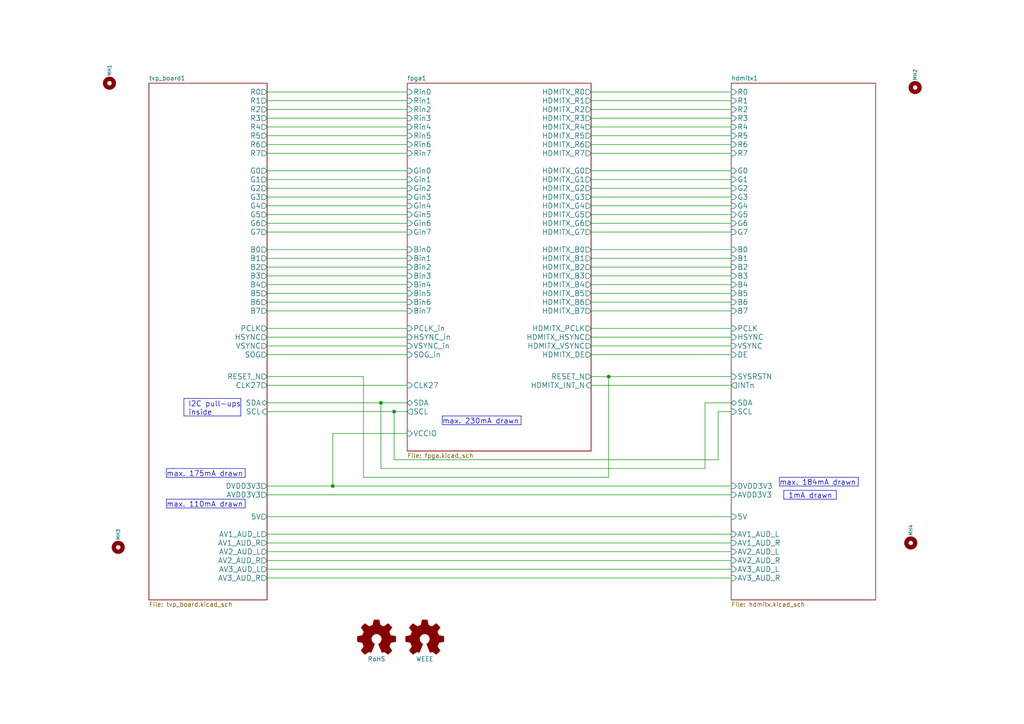
<source format=kicad_sch>
(kicad_sch (version 20230121) (generator eeschema)
  (paper "A4")
  (title_block (title "Open Source Scan Converter") (date "2023-05-18") (rev "1.8"))
  (lib_symbols
    (symbol "Graphic:Logo_Open_Hardware_Small" (in_bom no) (on_board no)
      (symbol "Logo_Open_Hardware_Small_0_1"
        (polyline (pts (xy 3.3528 -4.3434) (xy 3.302 -4.318) (xy 3.175 -4.2418) (xy 2.9972 -4.1148) (xy 2.7686 -3.9624) (xy 2.54 -3.81) (xy 2.3622 -3.7084) (xy 2.2352 -3.6068) (xy 2.1844 -3.5814) (xy 2.159 -3.6068) (xy 2.0574 -3.6576) (xy 1.905 -3.7338) (xy 1.8034 -3.7846) (xy 1.6764 -3.8354) (xy 1.6002 -3.8354) (xy 1.6002 -3.8354) (xy 1.5494 -3.7338) (xy 1.4732 -3.5306) (xy 1.3462 -3.302) (xy 1.2446 -3.0226) (xy 1.1176 -2.7178) (xy 0.9652 -2.413) (xy 0.8636 -2.1082) (xy 0.7366 -1.8288) (xy 0.6604 -1.6256) (xy 0.6096 -1.4732) (xy 0.5842 -1.397) (xy 0.5842 -1.397) (xy 0.6604 -1.3208) (xy 0.7874 -1.2446) (xy 1.0414 -1.016) (xy 1.2954 -0.6858) (xy 1.4478 -0.3302) (xy 1.524 0.0762) (xy 1.4732 0.4572) (xy 1.3208 0.8128) (xy 1.0668 1.143) (xy 0.762 1.3716) (xy 0.4064 1.524) (xy 0 1.5748) (xy -0.381 1.5494) (xy -0.7366 1.397) (xy -1.0668 1.143) (xy -1.2192 0.9906) (xy -1.397 0.6604) (xy -1.524 0.3048) (xy -1.524 0.2286) (xy -1.4986 -0.1778) (xy -1.397 -0.5334) (xy -1.1938 -0.8636) (xy -0.9144 -1.143) (xy -0.8636 -1.1684) (xy -0.7366 -1.27) (xy -0.635 -1.3462) (xy -0.5842 -1.397) (xy -1.0668 -2.5908) (xy -1.143 -2.794) (xy -1.2954 -3.1242) (xy -1.397 -3.4036) (xy -1.4986 -3.6322) (xy -1.5748 -3.7846) (xy -1.6002 -3.8354) (xy -1.6002 -3.8354) (xy -1.651 -3.8354) (xy -1.7272 -3.81) (xy -1.905 -3.7338) (xy -2.0066 -3.683) (xy -2.1336 -3.6068) (xy -2.2098 -3.5814) (xy -2.2606 -3.6068) (xy -2.3622 -3.683) (xy -2.54 -3.81) (xy -2.7686 -3.9624) (xy -2.9718 -4.0894) (xy -3.1496 -4.2164) (xy -3.302 -4.318) (xy -3.3528 -4.3434) (xy -3.3782 -4.3434) (xy -3.429 -4.318) (xy -3.5306 -4.2164) (xy -3.7084 -4.064) (xy -3.937 -3.8354) (xy -3.9624 -3.81) (xy -4.1656 -3.6068) (xy -4.318 -3.4544) (xy -4.4196 -3.3274) (xy -4.445 -3.2766) (xy -4.445 -3.2766) (xy -4.4196 -3.2258) (xy -4.318 -3.0734) (xy -4.2164 -2.8956) (xy -4.064 -2.667) (xy -3.6576 -2.0828) (xy -3.8862 -1.5494) (xy -3.937 -1.3716) (xy -4.0386 -1.1684) (xy -4.0894 -1.0414) (xy -4.1148 -0.9652) (xy -4.191 -0.9398) (xy -4.318 -0.9144) (xy -4.5466 -0.8636) (xy -4.8006 -0.8128) (xy -5.0546 -0.7874) (xy -5.2578 -0.7366) (xy -5.4356 -0.7112) (xy -5.5118 -0.6858) (xy -5.5118 -0.6858) (xy -5.5372 -0.635) (xy -5.5372 -0.5588) (xy -5.5372 -0.4318) (xy -5.5626 -0.2286) (xy -5.5626 0.0762) (xy -5.5626 0.127) (xy -5.5372 0.4064) (xy -5.5372 0.635) (xy -5.5372 0.762) (xy -5.5372 0.8382) (xy -5.5372 0.8382) (xy -5.461 0.8382) (xy -5.3086 0.889) (xy -5.08 0.9144) (xy -4.826 0.9652) (xy -4.8006 0.9906) (xy -4.5466 1.0414) (xy -4.318 1.0668) (xy -4.1656 1.1176) (xy -4.0894 1.143) (xy -4.0894 1.143) (xy -4.0386 1.2446) (xy -3.9624 1.4224) (xy -3.8608 1.6256) (xy -3.7846 1.8288) (xy -3.7084 2.0066) (xy -3.6576 2.159) (xy -3.6322 2.2098) (xy -3.6322 2.2098) (xy -3.683 2.286) (xy -3.7592 2.413) (xy -3.8862 2.5908) (xy -4.064 2.8194) (xy -4.064 2.8448) (xy -4.2164 3.0734) (xy -4.3434 3.2512) (xy -4.4196 3.3782) (xy -4.445 3.4544) (xy -4.445 3.4544) (xy -4.3942 3.5052) (xy -4.2926 3.6322) (xy -4.1148 3.81) (xy -3.937 4.0132) (xy -3.8608 4.064) (xy -3.6576 4.2926) (xy -3.5052 4.4196) (xy -3.4036 4.4958) (xy -3.3528 4.5212) (xy -3.3528 4.5212) (xy -3.302 4.4704) (xy -3.1496 4.3688) (xy -2.9718 4.2418) (xy -2.7432 4.0894) (xy -2.7178 4.0894) (xy -2.4892 3.937) (xy -2.3114 3.81) (xy -2.1844 3.7084) (xy -2.1336 3.683) (xy -2.1082 3.683) (xy -2.032 3.7084) (xy -1.8542 3.7592) (xy -1.6764 3.8354) (xy -1.4732 3.937) (xy -1.27 4.0132) (xy -1.143 4.064) (xy -1.0668 4.1148) (xy -1.0668 4.1148) (xy -1.0414 4.191) (xy -1.016 4.3434) (xy -0.9652 4.572) (xy -0.9144 4.8514) (xy -0.889 4.9022) (xy -0.8382 5.1562) (xy -0.8128 5.3848) (xy -0.7874 5.5372) (xy -0.762 5.588) (xy -0.7112 5.6134) (xy -0.5842 5.6134) (xy -0.4064 5.6134) (xy -0.1524 5.6134) (xy 0.0762 5.6134) (xy 0.3302 5.6134) (xy 0.5334 5.6134) (xy 0.6858 5.588) (xy 0.7366 5.588) (xy 0.7366 5.588) (xy 0.762 5.5118) (xy 0.8128 5.334) (xy 0.8382 5.1054) (xy 0.9144 4.826) (xy 0.9144 4.7752) (xy 0.9652 4.5212) (xy 1.016 4.2926) (xy 1.0414 4.1402) (xy 1.0668 4.0894) (xy 1.0668 4.0894) (xy 1.1938 4.0386) (xy 1.3716 3.9624) (xy 1.5748 3.8608) (xy 2.0828 3.6576) (xy 2.7178 4.0894) (xy 2.7686 4.1402) (xy 2.9972 4.2926) (xy 3.175 4.4196) (xy 3.302 4.4958) (xy 3.3782 4.5212) (xy 3.3782 4.5212) (xy 3.429 4.4704) (xy 3.556 4.3434) (xy 3.7338 4.191) (xy 3.9116 3.9878) (xy 4.064 3.8354) (xy 4.2418 3.6576) (xy 4.3434 3.556) (xy 4.4196 3.4798) (xy 4.4196 3.429) (xy 4.4196 3.4036) (xy 4.3942 3.3274) (xy 4.2926 3.2004) (xy 4.1656 2.9972) (xy 4.0132 2.794) (xy 3.8862 2.5908) (xy 3.7592 2.3876) (xy 3.6576 2.2352) (xy 3.6322 2.159) (xy 3.6322 2.1336) (xy 3.683 2.0066) (xy 3.7592 1.8288) (xy 3.8608 1.6002) (xy 4.064 1.1176) (xy 4.3942 1.0414) (xy 4.5974 1.016) (xy 4.8768 0.9652) (xy 5.1308 0.9144) (xy 5.5372 0.8382) (xy 5.5626 -0.6604) (xy 5.4864 -0.6858) (xy 5.4356 -0.6858) (xy 5.2832 -0.7366) (xy 5.0546 -0.762) (xy 4.8006 -0.8128) (xy 4.5974 -0.8636) (xy 4.3688 -0.9144) (xy 4.2164 -0.9398) (xy 4.1402 -0.9398) (xy 4.1148 -0.9652) (xy 4.064 -1.0668) (xy 3.9878 -1.2446) (xy 3.9116 -1.4478) (xy 3.81 -1.651) (xy 3.7338 -1.8542) (xy 3.683 -2.0066) (xy 3.6576 -2.0828) (xy 3.683 -2.1336) (xy 3.7846 -2.2606) (xy 3.8862 -2.4638) (xy 4.0386 -2.667) (xy 4.191 -2.8956) (xy 4.318 -3.0734) (xy 4.3942 -3.2004) (xy 4.445 -3.2766) (xy 4.4196 -3.3274) (xy 4.3434 -3.429) (xy 4.1656 -3.5814) (xy 3.937 -3.8354) (xy 3.8862 -3.8608) (xy 3.683 -4.064) (xy 3.5306 -4.2164) (xy 3.4036 -4.318) (xy 3.3528 -4.3434)) (fill (type outline)))
      )
    )
    (symbol "Mechanical:MountingHole" (pin_names (offset 1.016))
      (property "Reference" "H" (at 0 5.08 0))
      (property "Value" "MountingHole" (at 0 3.175 0))
      (symbol "MountingHole_0_1"
        (circle (center 0 0) (radius 1.27) (stroke (width 1.27)))
      )
    )
  )
  (junction (at 176.53 109.22))
  (junction (at 96.52 140.97))
  (junction (at 114.3 119.38))
  (junction (at 110.49 116.84))
  (wire (pts (xy 77.47 74.93) (xy 118.11 74.93)))
  (wire (pts (xy 77.47 49.53) (xy 118.11 49.53)))
  (wire (pts (xy 171.45 49.53) (xy 212.09 49.53)))
  (wire (pts (xy 77.47 57.15) (xy 118.11 57.15)))
  (polyline (pts (xy 48.26 135.89) (xy 71.12 135.89)))
  (wire (pts (xy 171.45 36.83) (xy 212.09 36.83)))
  (wire (pts (xy 77.47 87.63) (xy 118.11 87.63)))
  (polyline (pts (xy 226.06 138.43) (xy 226.06 140.97)))
  (polyline (pts (xy 48.26 144.78) (xy 71.12 144.78)))
  (polyline (pts (xy 227.33 142.24) (xy 242.57 142.24)))
  (polyline (pts (xy 48.26 144.78) (xy 48.26 147.32)))
  (wire (pts (xy 171.45 95.25) (xy 212.09 95.25)))
  (wire (pts (xy 77.47 62.23) (xy 118.11 62.23)))
  (wire (pts (xy 171.45 52.07) (xy 212.09 52.07)))
  (wire (pts (xy 114.3 119.38) (xy 114.3 133.35)))
  (wire (pts (xy 96.52 140.97) (xy 212.09 140.97)))
  (wire (pts (xy 77.47 31.75) (xy 118.11 31.75)))
  (polyline (pts (xy 242.57 142.24) (xy 242.57 144.78)))
  (polyline (pts (xy 69.85 120.65) (xy 53.34 120.65)))
  (wire (pts (xy 77.47 154.94) (xy 212.09 154.94)))
  (wire (pts (xy 77.47 167.64) (xy 212.09 167.64)))
  (wire (pts (xy 171.45 67.31) (xy 212.09 67.31)))
  (polyline (pts (xy 227.33 144.78) (xy 242.57 144.78)))
  (polyline (pts (xy 71.12 138.43) (xy 48.26 138.43)))
  (wire (pts (xy 118.11 95.25) (xy 77.47 95.25)))
  (polyline (pts (xy 48.26 147.32) (xy 71.12 147.32)))
  (wire (pts (xy 171.45 111.76) (xy 212.09 111.76)))
  (wire (pts (xy 77.47 29.21) (xy 118.11 29.21)))
  (wire (pts (xy 171.45 44.45) (xy 212.09 44.45)))
  (wire (pts (xy 77.47 119.38) (xy 114.3 119.38)))
  (wire (pts (xy 77.47 77.47) (xy 118.11 77.47)))
  (wire (pts (xy 171.45 64.77) (xy 212.09 64.77)))
  (polyline (pts (xy 248.92 140.97) (xy 248.92 138.43)))
  (wire (pts (xy 77.47 109.22) (xy 105.41 109.22)))
  (wire (pts (xy 77.47 100.33) (xy 118.11 100.33)))
  (wire (pts (xy 77.47 67.31) (xy 118.11 67.31)))
  (polyline (pts (xy 69.85 115.57) (xy 69.85 120.65)))
  (wire (pts (xy 171.45 100.33) (xy 212.09 100.33)))
  (polyline (pts (xy 151.13 123.19) (xy 151.13 120.65)))
  (wire (pts (xy 77.47 54.61) (xy 118.11 54.61)))
  (polyline (pts (xy 128.27 123.19) (xy 151.13 123.19)))
  (wire (pts (xy 105.41 138.43) (xy 105.41 109.22)))
  (wire (pts (xy 208.28 119.38) (xy 208.28 133.35)))
  (polyline (pts (xy 226.06 140.97) (xy 248.92 140.97)))
  (wire (pts (xy 77.47 90.17) (xy 118.11 90.17)))
  (wire (pts (xy 171.45 74.93) (xy 212.09 74.93)))
  (wire (pts (xy 171.45 102.87) (xy 212.09 102.87)))
  (wire (pts (xy 171.45 87.63) (xy 212.09 87.63)))
  (wire (pts (xy 171.45 41.91) (xy 212.09 41.91)))
  (wire (pts (xy 77.47 102.87) (xy 118.11 102.87)))
  (wire (pts (xy 77.47 59.69) (xy 118.11 59.69)))
  (wire (pts (xy 77.47 26.67) (xy 118.11 26.67)))
  (wire (pts (xy 77.47 149.86) (xy 212.09 149.86)))
  (wire (pts (xy 171.45 57.15) (xy 212.09 57.15)))
  (polyline (pts (xy 71.12 135.89) (xy 71.12 138.43)))
  (wire (pts (xy 77.47 162.56) (xy 212.09 162.56)))
  (wire (pts (xy 171.45 29.21) (xy 212.09 29.21)))
  (wire (pts (xy 171.45 97.79) (xy 212.09 97.79)))
  (wire (pts (xy 176.53 109.22) (xy 212.09 109.22)))
  (polyline (pts (xy 53.34 120.65) (xy 53.34 115.57)))
  (wire (pts (xy 171.45 77.47) (xy 212.09 77.47)))
  (wire (pts (xy 171.45 62.23) (xy 212.09 62.23)))
  (polyline (pts (xy 71.12 147.32) (xy 71.12 144.78)))
  (wire (pts (xy 204.47 116.84) (xy 212.09 116.84)))
  (wire (pts (xy 77.47 82.55) (xy 118.11 82.55)))
  (polyline (pts (xy 248.92 138.43) (xy 226.06 138.43)))
  (wire (pts (xy 96.52 125.73) (xy 96.52 140.97)))
  (polyline (pts (xy 48.26 138.43) (xy 48.26 135.89)))
  (wire (pts (xy 176.53 138.43) (xy 105.41 138.43)))
  (wire (pts (xy 77.47 36.83) (xy 118.11 36.83)))
  (wire (pts (xy 208.28 119.38) (xy 212.09 119.38)))
  (polyline (pts (xy 53.34 115.57) (xy 69.85 115.57)))
  (wire (pts (xy 114.3 119.38) (xy 118.11 119.38)))
  (wire (pts (xy 171.45 31.75) (xy 212.09 31.75)))
  (wire (pts (xy 77.47 97.79) (xy 118.11 97.79)))
  (polyline (pts (xy 227.33 144.78) (xy 227.33 142.24)))
  (wire (pts (xy 171.45 90.17) (xy 212.09 90.17)))
  (wire (pts (xy 77.47 80.01) (xy 118.11 80.01)))
  (wire (pts (xy 171.45 82.55) (xy 212.09 82.55)))
  (wire (pts (xy 77.47 34.29) (xy 118.11 34.29)))
  (wire (pts (xy 171.45 59.69) (xy 212.09 59.69)))
  (wire (pts (xy 110.49 116.84) (xy 118.11 116.84)))
  (wire (pts (xy 77.47 157.48) (xy 212.09 157.48)))
  (wire (pts (xy 208.28 133.35) (xy 114.3 133.35)))
  (wire (pts (xy 171.45 34.29) (xy 212.09 34.29)))
  (wire (pts (xy 171.45 80.01) (xy 212.09 80.01)))
  (wire (pts (xy 176.53 109.22) (xy 176.53 138.43)))
  (wire (pts (xy 110.49 116.84) (xy 110.49 135.89)))
  (wire (pts (xy 77.47 143.51) (xy 212.09 143.51)))
  (wire (pts (xy 171.45 72.39) (xy 212.09 72.39)))
  (wire (pts (xy 171.45 109.22) (xy 176.53 109.22)))
  (wire (pts (xy 96.52 125.73) (xy 118.11 125.73)))
  (wire (pts (xy 171.45 54.61) (xy 212.09 54.61)))
  (wire (pts (xy 77.47 64.77) (xy 118.11 64.77)))
  (wire (pts (xy 77.47 39.37) (xy 118.11 39.37)))
  (wire (pts (xy 77.47 44.45) (xy 118.11 44.45)))
  (polyline (pts (xy 128.27 120.65) (xy 151.13 120.65)))
  (wire (pts (xy 77.47 116.84) (xy 110.49 116.84)))
  (polyline (pts (xy 128.27 123.19) (xy 128.27 120.65)))
  (wire (pts (xy 171.45 39.37) (xy 212.09 39.37)))
  (wire (pts (xy 171.45 26.67) (xy 212.09 26.67)))
  (wire (pts (xy 77.47 160.02) (xy 212.09 160.02)))
  (wire (pts (xy 77.47 72.39) (xy 118.11 72.39)))
  (wire (pts (xy 204.47 135.89) (xy 110.49 135.89)))
  (wire (pts (xy 77.47 85.09) (xy 118.11 85.09)))
  (wire (pts (xy 77.47 140.97) (xy 96.52 140.97)))
  (wire (pts (xy 77.47 165.1) (xy 212.09 165.1)))
  (wire (pts (xy 77.47 41.91) (xy 118.11 41.91)))
  (wire (pts (xy 171.45 85.09) (xy 212.09 85.09)))
  (wire (pts (xy 204.47 116.84) (xy 204.47 135.89)))
  (wire (pts (xy 77.47 111.76) (xy 118.11 111.76)))
  (wire (pts (xy 77.47 52.07) (xy 118.11 52.07)))
  (text "1mA drawn" (at 228.6 144.78 0) (effects (font (size 1.524 1.524)) (justify left bottom)))
  (text "max. 230mA drawn" (at 128.27 123.19 0) (effects (font (size 1.524 1.524)) (justify left bottom)))
  (text "max. 184mA drawn" (at 226.06 140.97 0) (effects (font (size 1.524 1.524)) (justify left bottom)))
  (text "max. 110mA drawn" (at 48.26 147.32 0) (effects (font (size 1.524 1.524)) (justify left bottom)))
  (text "max. 175mA drawn" (at 48.26 138.43 0) (effects (font (size 1.524 1.524)) (justify left bottom)))
  (text "I2C pull-ups\ninside" (at 54.61 120.65 0) (effects (font (size 1.524 1.524)) (justify left bottom)))
  (symbol (lib_id "Mechanical:MountingHole") (at 31.75 24.13 90) (unit 1) (in_bom no)
    (property "Reference" "MH1" (at 31.75 22.098 0) (effects (font (size 1.016 1.016)) (justify left)))
    (property "Value" "CONN_1" (effects hide))
    (property "Footprint" "Connect:1pin" (effects hide))
  )
  (symbol (lib_id "Mechanical:MountingHole") (at 34.29 158.75 90) (unit 1) (in_bom no)
    (property "Reference" "MH3" (at 34.29 156.718 0) (effects (font (size 1.016 1.016)) (justify left)))
    (property "Value" "CONN_1" (effects hide))
    (property "Footprint" "Connect:1pin" (effects hide))
  )
  (symbol (lib_id "Mechanical:MountingHole") (at 265.43 25.4 90) (unit 1) (in_bom no)
    (property "Reference" "MH2" (at 265.43 23.368 0) (effects (font (size 1.016 1.016)) (justify left)))
    (property "Value" "CONN_1" (effects hide))
    (property "Footprint" "Connect:1pin" (effects hide))
  )
  (symbol (lib_id "Mechanical:MountingHole") (at 264.16 157.48 90) (unit 1) (in_bom no)
    (property "Reference" "MH4" (at 264.16 155.448 0) (effects (font (size 1.016 1.016)) (justify left)))
    (property "Value" "CONN_1" (effects hide))
    (property "Footprint" "Connect:1pin" (effects hide))
  )
  (symbol (lib_id "Graphic:Logo_Open_Hardware_Small") (at 123.19 185.42 0) (unit 1) (in_bom no)
    (property "Reference" "G2" (effects hide))
    (property "Value" "WEEE" (at 123.19 191.135 0))
    (property "Footprint" "custom_components:WEEE-logo" (effects hide))
    (property "Sim.Enable" "0" (effects hide))
  )
  (symbol (lib_id "Graphic:Logo_Open_Hardware_Small") (at 109.22 185.42 0) (unit 1) (in_bom no)
    (property "Reference" "G1" (effects hide))
    (property "Value" "RoHS" (at 109.22 191.135 0))
    (property "Footprint" "custom_components:RoHS-logo" (effects hide))
    (property "Sim.Enable" "0" (effects hide))
  )
  (sheet (at 43.18 24.13) (size 34.29 149.86)
    (property "Sheetname" "tvp_board1" (at 43.18 23.4184 0) (effects (justify left bottom)))
    (property "Sheetfile" "tvp_board.kicad_sch" (at 43.18 174.5746 0) (effects (justify left top)))
    (pin "R0" output (at 77.47 26.67 0) (effects (font (size 1.524 1.524))))
    (pin "R2" output (at 77.47 31.75 0) (effects (font (size 1.524 1.524))))
    (pin "R4" output (at 77.47 36.83 0) (effects (font (size 1.524 1.524))))
    (pin "R6" output (at 77.47 41.91 0) (effects (font (size 1.524 1.524))))
    (pin "G0" output (at 77.47 49.53 0) (effects (font (size 1.524 1.524))))
    (pin "R1" output (at 77.47 29.21 0) (effects (font (size 1.524 1.524))))
    (pin "R3" output (at 77.47 34.29 0) (effects (font (size 1.524 1.524))))
    (pin "R5" output (at 77.47 39.37 0) (effects (font (size 1.524 1.524))))
    (pin "R7" output (at 77.47 44.45 0) (effects (font (size 1.524 1.524))))
    (pin "G1" output (at 77.47 52.07 0) (effects (font (size 1.524 1.524))))
    (pin "G2" output (at 77.47 54.61 0) (effects (font (size 1.524 1.524))))
    (pin "G4" output (at 77.47 59.69 0) (effects (font (size 1.524 1.524))))
    (pin "G6" output (at 77.47 64.77 0) (effects (font (size 1.524 1.524))))
    (pin "G3" output (at 77.47 57.15 0) (effects (font (size 1.524 1.524))))
    (pin "G5" output (at 77.47 62.23 0) (effects (font (size 1.524 1.524))))
    (pin "G7" output (at 77.47 67.31 0) (effects (font (size 1.524 1.524))))
    (pin "B0" output (at 77.47 72.39 0) (effects (font (size 1.524 1.524))))
    (pin "B2" output (at 77.47 77.47 0) (effects (font (size 1.524 1.524))))
    (pin "B4" output (at 77.47 82.55 0) (effects (font (size 1.524 1.524))))
    (pin "B6" output (at 77.47 87.63 0) (effects (font (size 1.524 1.524))))
    (pin "B1" output (at 77.47 74.93 0) (effects (font (size 1.524 1.524))))
    (pin "B3" output (at 77.47 80.01 0) (effects (font (size 1.524 1.524))))
    (pin "B5" output (at 77.47 85.09 0) (effects (font (size 1.524 1.524))))
    (pin "B7" output (at 77.47 90.17 0) (effects (font (size 1.524 1.524))))
    (pin "RESET_N" output (at 77.47 109.22 0) (effects (font (size 1.524 1.524))))
    (pin "HSYNC" output (at 77.47 97.79 0) (effects (font (size 1.524 1.524))))
    (pin "VSYNC" output (at 77.47 100.33 0) (effects (font (size 1.524 1.524))))
    (pin "SOG" output (at 77.47 102.87 0) (effects (font (size 1.524 1.524))))
    (pin "PCLK" output (at 77.47 95.25 0) (effects (font (size 1.524 1.524))))
    (pin "SDA" bidirectional (at 77.47 116.84 0) (effects (font (size 1.524 1.524))))
    (pin "SCL" input (at 77.47 119.38 0) (effects (font (size 1.524 1.524))))
    (pin "AVDD3V3" output (at 77.47 143.51 0) (effects (font (size 1.524 1.524))))
    (pin "DVDD3V3" output (at 77.47 140.97 0) (effects (font (size 1.524 1.524))))
    (pin "CLK27" output (at 77.47 111.76 0) (effects (font (size 1.524 1.524))))
    (pin "5V" output (at 77.47 149.86 0) (effects (font (size 1.524 1.524))))
    (pin "AV2_AUD_L" output (at 77.47 160.02 0) (effects (font (size 1.524 1.524))))
    (pin "AV2_AUD_R" output (at 77.47 162.56 0) (effects (font (size 1.524 1.524))))
    (pin "AV1_AUD_L" output (at 77.47 154.94 0) (effects (font (size 1.524 1.524))))
    (pin "AV1_AUD_R" output (at 77.47 157.48 0) (effects (font (size 1.524 1.524))))
    (pin "AV3_AUD_L" output (at 77.47 165.1 0) (effects (font (size 1.524 1.524))))
    (pin "AV3_AUD_R" output (at 77.47 167.64 0) (effects (font (size 1.524 1.524))))
  )
  (sheet (at 118.11 24.13) (size 53.34 106.68)
    (property "Sheetname" "fpga1" (at 118.11 23.4184 0) (effects (justify left bottom)))
    (property "Sheetfile" "fpga.kicad_sch" (at 118.11 131.3946 0) (effects (justify left top)))
    (pin "SDA" bidirectional (at 118.11 116.84 180) (effects (font (size 1.524 1.524))))
    (pin "SCL" output (at 118.11 119.38 180) (effects (font (size 1.524 1.524))))
    (pin "PCLK_in" input (at 118.11 95.25 180) (effects (font (size 1.524 1.524))))
    (pin "HSYNC_in" input (at 118.11 97.79 180) (effects (font (size 1.524 1.524))))
    (pin "VSYNC_in" input (at 118.11 100.33 180) (effects (font (size 1.524 1.524))))
    (pin "SOG_in" input (at 118.11 102.87 180) (effects (font (size 1.524 1.524))))
    (pin "HDMITX_INT_N" input (at 171.45 111.76 0) (effects (font (size 1.524 1.524))))
    (pin "HDMITX_VSYNC" output (at 171.45 100.33 0) (effects (font (size 1.524 1.524))))
    (pin "HDMITX_HSYNC" output (at 171.45 97.79 0) (effects (font (size 1.524 1.524))))
    (pin "HDMITX_DE" output (at 171.45 102.87 0) (effects (font (size 1.524 1.524))))
    (pin "HDMITX_PCLK" output (at 171.45 95.25 0) (effects (font (size 1.524 1.524))))
    (pin "Rin0" input (at 118.11 26.67 180) (effects (font (size 1.524 1.524))))
    (pin "Rin1" input (at 118.11 29.21 180) (effects (font (size 1.524 1.524))))
    (pin "Rin2" input (at 118.11 31.75 180) (effects (font (size 1.524 1.524))))
    (pin "Rin3" input (at 118.11 34.29 180) (effects (font (size 1.524 1.524))))
    (pin "Rin4" input (at 118.11 36.83 180) (effects (font (size 1.524 1.524))))
    (pin "Rin5" input (at 118.11 39.37 180) (effects (font (size 1.524 1.524))))
    (pin "Rin6" input (at 118.11 41.91 180) (effects (font (size 1.524 1.524))))
    (pin "Rin7" input (at 118.11 44.45 180) (effects (font (size 1.524 1.524))))
    (pin "Gin0" input (at 118.11 49.53 180) (effects (font (size 1.524 1.524))))
    (pin "Gin1" input (at 118.11 52.07 180) (effects (font (size 1.524 1.524))))
    (pin "Gin2" input (at 118.11 54.61 180) (effects (font (size 1.524 1.524))))
    (pin "Gin3" input (at 118.11 57.15 180) (effects (font (size 1.524 1.524))))
    (pin "Gin4" input (at 118.11 59.69 180) (effects (font (size 1.524 1.524))))
    (pin "Gin5" input (at 118.11 62.23 180) (effects (font (size 1.524 1.524))))
    (pin "Gin6" input (at 118.11 64.77 180) (effects (font (size 1.524 1.524))))
    (pin "Gin7" input (at 118.11 67.31 180) (effects (font (size 1.524 1.524))))
    (pin "Bin0" input (at 118.11 72.39 180) (effects (font (size 1.524 1.524))))
    (pin "Bin1" input (at 118.11 74.93 180) (effects (font (size 1.524 1.524))))
    (pin "Bin2" input (at 118.11 77.47 180) (effects (font (size 1.524 1.524))))
    (pin "Bin3" input (at 118.11 80.01 180) (effects (font (size 1.524 1.524))))
    (pin "Bin4" input (at 118.11 82.55 180) (effects (font (size 1.524 1.524))))
    (pin "Bin5" input (at 118.11 85.09 180) (effects (font (size 1.524 1.524))))
    (pin "Bin6" input (at 118.11 87.63 180) (effects (font (size 1.524 1.524))))
    (pin "Bin7" input (at 118.11 90.17 180) (effects (font (size 1.524 1.524))))
    (pin "HDMITX_B0" output (at 171.45 72.39 0) (effects (font (size 1.524 1.524))))
    (pin "HDMITX_B1" output (at 171.45 74.93 0) (effects (font (size 1.524 1.524))))
    (pin "HDMITX_B2" output (at 171.45 77.47 0) (effects (font (size 1.524 1.524))))
    (pin "HDMITX_B3" output (at 171.45 80.01 0) (effects (font (size 1.524 1.524))))
    (pin "HDMITX_B4" output (at 171.45 82.55 0) (effects (font (size 1.524 1.524))))
    (pin "HDMITX_B5" output (at 171.45 85.09 0) (effects (font (size 1.524 1.524))))
    (pin "HDMITX_B6" output (at 171.45 87.63 0) (effects (font (size 1.524 1.524))))
    (pin "HDMITX_B7" output (at 171.45 90.17 0) (effects (font (size 1.524 1.524))))
    (pin "HDMITX_G0" output (at 171.45 49.53 0) (effects (font (size 1.524 1.524))))
    (pin "HDMITX_G1" output (at 171.45 52.07 0) (effects (font (size 1.524 1.524))))
    (pin "HDMITX_G2" output (at 171.45 54.61 0) (effects (font (size 1.524 1.524))))
    (pin "HDMITX_G3" output (at 171.45 57.15 0) (effects (font (size 1.524 1.524))))
    (pin "HDMITX_G4" output (at 171.45 59.69 0) (effects (font (size 1.524 1.524))))
    (pin "HDMITX_G5" output (at 171.45 62.23 0) (effects (font (size 1.524 1.524))))
    (pin "HDMITX_G6" output (at 171.45 64.77 0) (effects (font (size 1.524 1.524))))
    (pin "HDMITX_G7" output (at 171.45 67.31 0) (effects (font (size 1.524 1.524))))
    (pin "HDMITX_R0" output (at 171.45 26.67 0) (effects (font (size 1.524 1.524))))
    (pin "HDMITX_R1" output (at 171.45 29.21 0) (effects (font (size 1.524 1.524))))
    (pin "HDMITX_R2" output (at 171.45 31.75 0) (effects (font (size 1.524 1.524))))
    (pin "HDMITX_R3" output (at 171.45 34.29 0) (effects (font (size 1.524 1.524))))
    (pin "HDMITX_R4" output (at 171.45 36.83 0) (effects (font (size 1.524 1.524))))
    (pin "HDMITX_R5" output (at 171.45 39.37 0) (effects (font (size 1.524 1.524))))
    (pin "HDMITX_R6" output (at 171.45 41.91 0) (effects (font (size 1.524 1.524))))
    (pin "HDMITX_R7" output (at 171.45 44.45 0) (effects (font (size 1.524 1.524))))
    (pin "VCCIO" input (at 118.11 125.73 180) (effects (font (size 1.524 1.524))))
    (pin "CLK27" input (at 118.11 111.76 180) (effects (font (size 1.524 1.524))))
    (pin "RESET_N" output (at 171.45 109.22 0) (effects (font (size 1.524 1.524))))
  )
  (sheet (at 212.09 24.13) (size 41.91 149.86)
    (property "Sheetname" "hdmitx1" (at 212.09 23.4184 0) (effects (justify left bottom)))
    (property "Sheetfile" "hdmitx.kicad_sch" (at 212.09 174.5746 0) (effects (justify left top)))
    (pin "DE" input (at 212.09 102.87 180) (effects (font (size 1.524 1.524))))
    (pin "HSYNC" input (at 212.09 97.79 180) (effects (font (size 1.524 1.524))))
    (pin "VSYNC" input (at 212.09 100.33 180) (effects (font (size 1.524 1.524))))
    (pin "SDA" bidirectional (at 212.09 116.84 180) (effects (font (size 1.524 1.524))))
    (pin "SCL" input (at 212.09 119.38 180) (effects (font (size 1.524 1.524))))
    (pin "B0" input (at 212.09 72.39 180) (effects (font (size 1.524 1.524))))
    (pin "B1" input (at 212.09 74.93 180) (effects (font (size 1.524 1.524))))
    (pin "B2" input (at 212.09 77.47 180) (effects (font (size 1.524 1.524))))
    (pin "B3" input (at 212.09 80.01 180) (effects (font (size 1.524 1.524))))
    (pin "B4" input (at 212.09 82.55 180) (effects (font (size 1.524 1.524))))
    (pin "B5" input (at 212.09 85.09 180) (effects (font (size 1.524 1.524))))
    (pin "B6" input (at 212.09 87.63 180) (effects (font (size 1.524 1.524))))
    (pin "B7" input (at 212.09 90.17 180) (effects (font (size 1.524 1.524))))
    (pin "G0" input (at 212.09 49.53 180) (effects (font (size 1.524 1.524))))
    (pin "G1" input (at 212.09 52.07 180) (effects (font (size 1.524 1.524))))
    (pin "G2" input (at 212.09 54.61 180) (effects (font (size 1.524 1.524))))
    (pin "G3" input (at 212.09 57.15 180) (effects (font (size 1.524 1.524))))
    (pin "G4" input (at 212.09 59.69 180) (effects (font (size 1.524 1.524))))
    (pin "G5" input (at 212.09 62.23 180) (effects (font (size 1.524 1.524))))
    (pin "G6" input (at 212.09 64.77 180) (effects (font (size 1.524 1.524))))
    (pin "G7" input (at 212.09 67.31 180) (effects (font (size 1.524 1.524))))
    (pin "R0" input (at 212.09 26.67 180) (effects (font (size 1.524 1.524))))
    (pin "R1" input (at 212.09 29.21 180) (effects (font (size 1.524 1.524))))
    (pin "R2" input (at 212.09 31.75 180) (effects (font (size 1.524 1.524))))
    (pin "R3" input (at 212.09 34.29 180) (effects (font (size 1.524 1.524))))
    (pin "R4" input (at 212.09 36.83 180) (effects (font (size 1.524 1.524))))
    (pin "R5" input (at 212.09 39.37 180) (effects (font (size 1.524 1.524))))
    (pin "R6" input (at 212.09 41.91 180) (effects (font (size 1.524 1.524))))
    (pin "R7" input (at 212.09 44.45 180) (effects (font (size 1.524 1.524))))
    (pin "PCLK" input (at 212.09 95.25 180) (effects (font (size 1.524 1.524))))
    (pin "SYSRSTN" input (at 212.09 109.22 180) (effects (font (size 1.524 1.524))))
    (pin "INTn" output (at 212.09 111.76 180) (effects (font (size 1.524 1.524))))
    (pin "DVDD3V3" input (at 212.09 140.97 180) (effects (font (size 1.524 1.524))))
    (pin "AVDD3V3" input (at 212.09 143.51 180) (effects (font (size 1.524 1.524))))
    (pin "5V" input (at 212.09 149.86 180) (effects (font (size 1.524 1.524))))
    (pin "AV1_AUD_L" input (at 212.09 154.94 180) (effects (font (size 1.524 1.524))))
    (pin "AV1_AUD_R" input (at 212.09 157.48 180) (effects (font (size 1.524 1.524))))
    (pin "AV2_AUD_L" input (at 212.09 160.02 180) (effects (font (size 1.524 1.524))))
    (pin "AV2_AUD_R" input (at 212.09 162.56 180) (effects (font (size 1.524 1.524))))
    (pin "AV3_AUD_L" input (at 212.09 165.1 180) (effects (font (size 1.524 1.524))))
    (pin "AV3_AUD_R" input (at 212.09 167.64 180) (effects (font (size 1.524 1.524))))
  )
)
</source>
